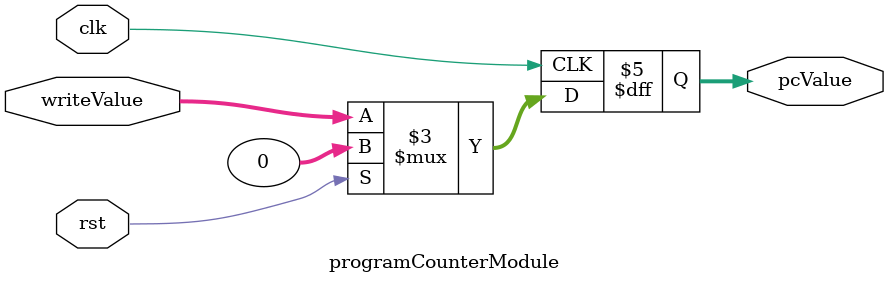
<source format=v>

/*Note: The PC is implemented as a dedicated register module (pcReg) instead of being stored
in the general-purpose register file. This isolates control flow updates (branches, jumps)
from ALU and data-path writes, preventing port contention and simplifying fetch logic.
*/

module programCounterModule(
    input clk,
    input rst, 

    input [31:0] writeValue,

    output reg [31:0] pcValue    

);


    always @(posedge clk) begin
        if (rst) begin 
            pcValue <= 0; 
        end else begin 
            pcValue <= writeValue; 
        end
    end


endmodule



</source>
